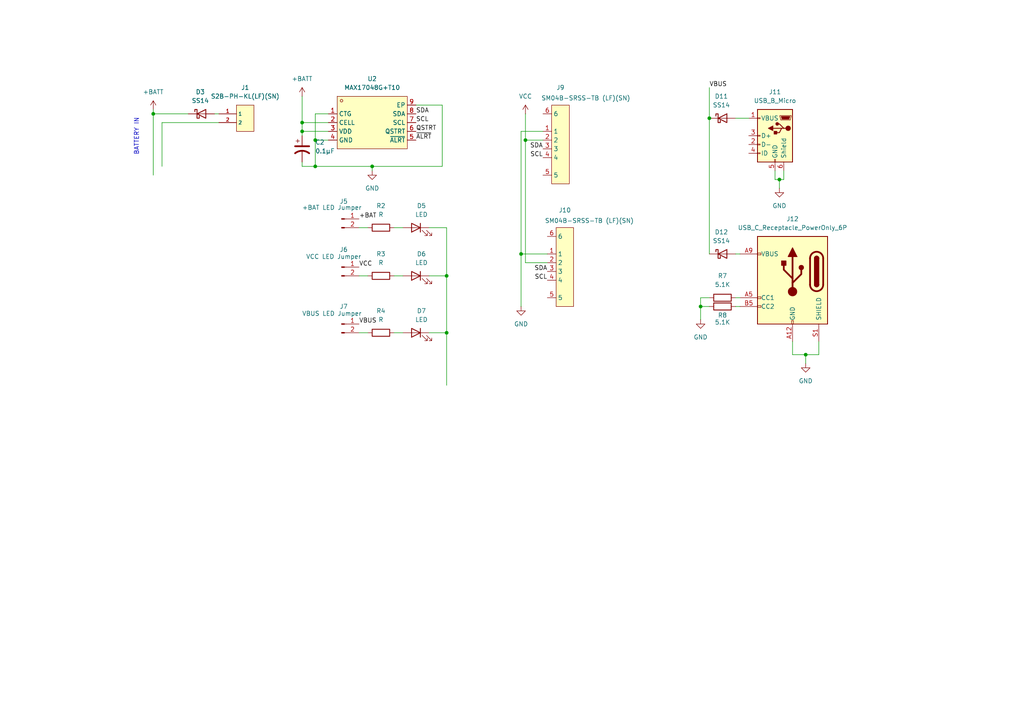
<source format=kicad_sch>
(kicad_sch (version 20231120) (generator "eeschema") (generator_version "8.0")
  (paper "A4")
  (lib_symbols
    (symbol "1easyeda2kicad:SM04B-SRSS-TB(LF)(SN)"
      (property "Reference" "CN" (at 0 8.89 0))
      (property "Value" "SM04B-SRSS-TB (LF)(SN)" (at 0 -1.27 0))
      (symbol "SM04B-SRSS-TB(LF)(SN)_0_1"
        (rectangle (start -11.43 1.27) (end 11.43 -3.81) (fill (type background)))
        (pin unspecified line (at -3.81 3.81 270) (length 2.54) (name "1") (number "1"))
        (pin unspecified line (at -1.27 3.81 270) (length 2.54) (name "2") (number "2"))
        (pin unspecified line (at 1.27 3.81 270) (length 2.54) (name "3") (number "3"))
        (pin unspecified line (at 3.81 3.81 270) (length 2.54) (name "4") (number "4"))
        (pin unspecified line (at 8.89 3.81 270) (length 2.54) (name "5") (number "5"))
        (pin unspecified line (at -8.89 3.81 270) (length 2.54) (name "6") (number "6"))
      )
    )
    (symbol "Connector:Conn_01x02_Pin" (pin_names (offset 1.016) hide)
      (property "Reference" "J" (at 0 2.54 0))
      (property "Value" "Conn_01x02_Pin" (at 0 -5.08 0))
      (symbol "Conn_01x02_Pin_1_1"
        (polyline (pts (xy 1.27 -2.54) (xy 0.8636 -2.54)) (stroke (width 0.1524)))
        (polyline (pts (xy 1.27 0) (xy 0.8636 0)) (stroke (width 0.1524)))
        (rectangle (start 0.8636 -2.413) (end 0 -2.667) (stroke (width 0.1524)) (fill (type outline)))
        (rectangle (start 0.8636 0.127) (end 0 -0.127) (stroke (width 0.1524)) (fill (type outline)))
        (pin passive line (at 5.08 0 180) (length 3.81) (name "Pin_1") (number "1"))
        (pin passive line (at 5.08 -2.54 180) (length 3.81) (name "Pin_2") (number "2"))
      )
    )
    (symbol "Connector:USB_B_Micro" (pin_names (offset 1.016))
      (property "Reference" "J" (at -5.08 11.43 0))
      (property "Value" "USB_B_Micro" (at -5.08 8.89 0))
      (symbol "USB_B_Micro_0_1"
        (rectangle (start -5.08 -7.62) (end 5.08 7.62) (stroke (width 0.254)) (fill (type background)))
        (circle (center -3.81 2.159) (radius 0.635) (stroke (width 0.254)) (fill (type outline)))
        (circle (center -0.635 3.429) (radius 0.381) (stroke (width 0.254)) (fill (type outline)))
        (rectangle (start -0.127 -7.62) (end 0.127 -6.858))
        (polyline (pts (xy -1.905 2.159) (xy 0.635 2.159)) (stroke (width 0.254)))
        (polyline (pts (xy -3.175 2.159) (xy -2.54 2.159) (xy -1.27 3.429) (xy -0.635 3.429)) (stroke (width 0.254)))
        (polyline (pts (xy -2.54 2.159) (xy -1.905 2.159) (xy -1.27 0.889) (xy 0 0.889)) (stroke (width 0.254)))
        (polyline (pts (xy 0.635 2.794) (xy 0.635 1.524) (xy 1.905 2.159) (xy 0.635 2.794)) (stroke (width 0.254)) (fill (type outline)))
        (polyline (pts (xy -4.318 5.588) (xy -1.778 5.588) (xy -2.032 4.826) (xy -4.064 4.826) (xy -4.318 5.588)) (fill (type outline)))
        (polyline (pts (xy -4.699 5.842) (xy -4.699 5.588) (xy -4.445 4.826) (xy -4.445 4.572) (xy -1.651 4.572) (xy -1.651 4.826) (xy -1.397 5.588) (xy -1.397 5.842) (xy -4.699 5.842)))
        (rectangle (start 0.254 1.27) (end -0.508 0.508) (stroke (width 0.254)) (fill (type outline)))
        (rectangle (start 5.08 -5.207) (end 4.318 -4.953))
        (rectangle (start 5.08 -2.667) (end 4.318 -2.413))
        (rectangle (start 5.08 -0.127) (end 4.318 0.127))
        (rectangle (start 5.08 4.953) (end 4.318 5.207))
      )
      (symbol "USB_B_Micro_1_1"
        (pin power_out line (at 7.62 5.08 180) (length 2.54) (name "VBUS") (number "1"))
        (pin bidirectional line (at 7.62 -2.54 180) (length 2.54) (name "D-") (number "2"))
        (pin bidirectional line (at 7.62 0 180) (length 2.54) (name "D+") (number "3"))
        (pin passive line (at 7.62 -5.08 180) (length 2.54) (name "ID") (number "4"))
        (pin power_out line (at 0 -10.16 90) (length 2.54) (name "GND") (number "5"))
        (pin passive line (at -2.54 -10.16 90) (length 2.54) (name "Shield") (number "6"))
      )
    )
    (symbol "Connector:USB_C_Receptacle_PowerOnly_6P" (pin_names (offset 1.016))
      (property "Reference" "J" (at 0 16.51 0))
      (property "Value" "USB_C_Receptacle_PowerOnly_6P" (at 0 13.97 0))
      (symbol "USB_C_Receptacle_PowerOnly_6P_0_0"
        (rectangle (start -0.254 -12.7) (end 0.254 -11.684))
        (rectangle (start 10.16 -7.366) (end 9.144 -7.874))
        (rectangle (start 10.16 -4.826) (end 9.144 -5.334))
        (rectangle (start 10.16 7.874) (end 9.144 7.366))
      )
      (symbol "USB_C_Receptacle_PowerOnly_6P_0_1"
        (rectangle (start -10.16 12.7) (end 10.16 -12.7) (stroke (width 0.254)) (fill (type background)))
        (arc (start -8.89 -1.27) (mid -6.985 -3.1667) (end -5.08 -1.27) (stroke (width 0.508)))
        (arc (start -7.62 -1.27) (mid -6.985 -1.9023) (end -6.35 -1.27) (stroke (width 0.254)))
        (arc (start -7.62 -1.27) (mid -6.985 -1.9023) (end -6.35 -1.27) (stroke (width 0.254)) (fill (type outline)))
        (rectangle (start -7.62 -1.27) (end -6.35 6.35) (stroke (width 0.254)) (fill (type outline)))
        (arc (start -6.35 6.35) (mid -6.985 6.9823) (end -7.62 6.35) (stroke (width 0.254)))
        (arc (start -6.35 6.35) (mid -6.985 6.9823) (end -7.62 6.35) (stroke (width 0.254)) (fill (type outline)))
        (arc (start -5.08 6.35) (mid -6.985 8.2467) (end -8.89 6.35) (stroke (width 0.508)))
        (circle (center -2.54 3.683) (radius 0.635) (stroke (width 0.254)) (fill (type outline)))
        (circle (center 0 -3.302) (radius 1.27) (fill (type outline)))
        (polyline (pts (xy -8.89 -1.27) (xy -8.89 6.35)) (stroke (width 0.508)))
        (polyline (pts (xy -5.08 6.35) (xy -5.08 -1.27)) (stroke (width 0.508)))
        (polyline (pts (xy 0 -3.302) (xy 0 6.858)) (stroke (width 0.508)))
        (polyline (pts (xy 0 -0.762) (xy -2.54 1.778) (xy -2.54 3.048)) (stroke (width 0.508)))
        (polyline (pts (xy 0 0.508) (xy 2.54 3.048) (xy 2.54 4.318)) (stroke (width 0.508)))
        (polyline (pts (xy -1.27 6.858) (xy 0 9.398) (xy 1.27 6.858) (xy -1.27 6.858)) (stroke (width 0.254)) (fill (type outline)))
        (rectangle (start 1.905 4.318) (end 3.175 5.588) (stroke (width 0.254)) (fill (type outline)))
      )
      (symbol "USB_C_Receptacle_PowerOnly_6P_1_1"
        (pin passive line (at 0 -17.78 90) (length 5.08) (name "GND") (number "A12"))
        (pin bidirectional line (at 15.24 -5.08 180) (length 5.08) (name "CC1") (number "A5"))
        (pin passive line (at 15.24 7.62 180) (length 5.08) (name "VBUS") (number "A9"))
        (pin passive line (at 0 -17.78 90) (length 5.08) hide (name "GND") (number "B12"))
        (pin bidirectional line (at 15.24 -7.62 180) (length 5.08) (name "CC2") (number "B5"))
        (pin passive line (at 15.24 7.62 180) (length 5.08) hide (name "VBUS") (number "B9"))
        (pin passive line (at -7.62 -17.78 90) (length 5.08) (name "SHIELD") (number "S1"))
      )
    )
    (symbol "Device:C_Polarized_US" (pin_numbers hide) (pin_names (offset 0.254) hide)
      (property "Reference" "C" (at 0.635 2.54 0))
      (property "Value" "C_Polarized_US" (at 0.635 -2.54 0))
      (symbol "C_Polarized_US_0_1"
        (polyline (pts (xy -2.032 0.762) (xy 2.032 0.762)) (stroke (width 0.508)))
        (polyline (pts (xy -1.778 2.286) (xy -0.762 2.286)))
        (polyline (pts (xy -1.27 1.778) (xy -1.27 2.794)))
        (arc (start 2.032 -1.27) (mid 0 -0.5572) (end -2.032 -1.27) (stroke (width 0.508)))
      )
      (symbol "C_Polarized_US_1_1"
        (pin passive line (at 0 3.81 270) (length 2.794) (name "~") (number "1"))
        (pin passive line (at 0 -3.81 90) (length 3.302) (name "~") (number "2"))
      )
    )
    (symbol "Device:LED" (pin_numbers hide) (pin_names (offset 1.016) hide)
      (property "Reference" "D" (at 0 2.54 0))
      (property "Value" "LED" (at 0 -2.54 0))
      (symbol "LED_0_1"
        (polyline (pts (xy -1.27 -1.27) (xy -1.27 1.27)) (stroke (width 0.254)))
        (polyline (pts (xy -1.27 0) (xy 1.27 0)))
        (polyline (pts (xy 1.27 -1.27) (xy 1.27 1.27) (xy -1.27 0) (xy 1.27 -1.27)) (stroke (width 0.254)))
        (polyline (pts (xy -3.048 -0.762) (xy -4.572 -2.286) (xy -3.81 -2.286) (xy -4.572 -2.286) (xy -4.572 -1.524)))
        (polyline (pts (xy -1.778 -0.762) (xy -3.302 -2.286) (xy -2.54 -2.286) (xy -3.302 -2.286) (xy -3.302 -1.524)))
      )
      (symbol "LED_1_1"
        (pin passive line (at -3.81 0 0) (length 2.54) (name "K") (number "1"))
        (pin passive line (at 3.81 0 180) (length 2.54) (name "A") (number "2"))
      )
    )
    (symbol "Device:R" (pin_numbers hide) (pin_names (offset 0))
      (property "Reference" "R" (at 2.032 0 90))
      (property "Value" "R" (at 0 0 90))
      (symbol "R_0_1"
        (rectangle (start -1.016 -2.54) (end 1.016 2.54) (stroke (width 0.254)))
      )
      (symbol "R_1_1"
        (pin passive line (at 0 3.81 270) (length 1.27) (name "~") (number "1"))
        (pin passive line (at 0 -3.81 90) (length 1.27) (name "~") (number "2"))
      )
    )
    (symbol "Diode:SS14" (pin_numbers hide) (pin_names (offset 1.016) hide)
      (property "Reference" "D" (at 0 2.54 0))
      (property "Value" "SS14" (at 0 -2.54 0))
      (symbol "SS14_0_1"
        (polyline (pts (xy 1.27 0) (xy -1.27 0)))
        (polyline (pts (xy 1.27 1.27) (xy 1.27 -1.27) (xy -1.27 0) (xy 1.27 1.27)) (stroke (width 0.254)))
        (polyline (pts (xy -1.905 0.635) (xy -1.905 1.27) (xy -1.27 1.27) (xy -1.27 -1.27) (xy -0.635 -1.27) (xy -0.635 -0.635)) (stroke (width 0.254)))
      )
      (symbol "SS14_1_1"
        (pin passive line (at -3.81 0 0) (length 2.54) (name "K") (number "1"))
        (pin passive line (at 3.81 0 180) (length 2.54) (name "A") (number "2"))
      )
    )
    (symbol "easyeda2kicad.kicad_sym:S2B-PH-KL(LF)(SN)"
      (property "Reference" "U" (at 0 1.27 0))
      (property "Value" "S2B-PH-KL(LF)(SN)" (at 0 -2.54 0))
      (symbol "S2B-PH-KL(LF)(SN)_0_1"
        (rectangle (start -5.08 0) (end 2.54 -5.08) (fill (type background)))
        (pin unspecified line (at -2.54 5.08 270) (length 5.08) (name "1") (number "1"))
        (pin unspecified line (at 0 5.08 270) (length 5.08) (name "2") (number "2"))
      )
    )
    (symbol "new:MAX17048G+T10"
      (property "Reference" "U" (at 0 10.16 0))
      (property "Value" "MAX17048G+T10" (at 0 -10.16 0))
      (symbol "MAX17048G+T10_0_1"
        (rectangle (start -10.16 7.62) (end 10.16 -7.62) (fill (type background)))
        (circle (center -8.89 6.35) (radius 0.38))
        (pin unspecified line (at -12.7 2.54 0) (length 2.54) (name "CTG") (number "1"))
        (pin unspecified line (at -12.7 0 0) (length 2.54) (name "CELL") (number "2"))
        (pin unspecified line (at -12.7 -2.54 0) (length 2.54) (name "VDD") (number "3"))
        (pin unspecified line (at -12.7 -5.08 0) (length 2.54) (name "GND") (number "4"))
        (pin unspecified line (at 12.7 -5.08 180) (length 2.54) (name "~{ALRT}") (number "5"))
        (pin unspecified line (at 12.7 -2.54 180) (length 2.54) (name "QSTRT") (number "6"))
        (pin unspecified line (at 12.7 0 180) (length 2.54) (name "SCL") (number "7"))
        (pin unspecified line (at 12.7 2.54 180) (length 2.54) (name "SDA") (number "8"))
        (pin unspecified line (at 12.7 5.08 180) (length 2.54) (name "EP") (number "9"))
      )
    )
    (symbol "power:+BATT" (power) (pin_numbers hide) (pin_names (offset 0) hide)
      (property "Value" "+BATT" (at 0 3.556 0))
      (symbol "+BATT_0_1"
        (polyline (pts (xy -0.762 1.27) (xy 0 2.54)))
        (polyline (pts (xy 0 0) (xy 0 2.54)))
        (polyline (pts (xy 0 2.54) (xy 0.762 1.27)))
      )
      (symbol "+BATT_1_1"
        (pin power_in line (at 0 0 90) (length 0) (name "~") (number "1"))
      )
    )
    (symbol "power:GND" (power) (pin_numbers hide) (pin_names (offset 0) hide)
      (property "Value" "GND" (at 0 -3.81 0))
      (symbol "GND_0_1"
        (polyline (pts (xy 0 0) (xy 0 -1.27) (xy 1.27 -1.27) (xy 0 -2.54) (xy -1.27 -1.27) (xy 0 -1.27)))
      )
      (symbol "GND_1_1"
        (pin power_in line (at 0 0 270) (length 0) (name "~") (number "1"))
      )
    )
    (symbol "power:VCC" (power) (pin_numbers hide) (pin_names (offset 0) hide)
      (property "Value" "VCC" (at 0 3.556 0))
      (symbol "VCC_0_1"
        (polyline (pts (xy -0.762 1.27) (xy 0 2.54)))
        (polyline (pts (xy 0 0) (xy 0 2.54)))
        (polyline (pts (xy 0 2.54) (xy 0.762 1.27)))
      )
      (symbol "VCC_1_1"
        (pin power_in line (at 0 0 90) (length 0) (name "~") (number "1"))
      )
    )
  )
  (junction (at 129.54 96.52))
  (junction (at 233.68 102.87))
  (junction (at 205.74 34.29))
  (junction (at 91.44 48.26))
  (junction (at 203.2 88.9))
  (junction (at 107.95 48.26))
  (junction (at 226.06 52.07))
  (junction (at 91.44 40.64))
  (junction (at 87.63 35.56))
  (junction (at 44.45 33.02))
  (junction (at 152.4 40.64))
  (junction (at 87.63 38.1))
  (junction (at 151.13 73.66))
  (junction (at 129.54 80.01))
  (wire (pts (xy 152.4 76.2) (xy 152.4 40.64)))
  (wire (pts (xy 229.87 102.87) (xy 233.68 102.87)))
  (wire (pts (xy 203.2 88.9) (xy 205.74 88.9)))
  (wire (pts (xy 205.74 34.29) (xy 205.74 73.66)))
  (wire (pts (xy 114.3 96.52) (xy 116.84 96.52)))
  (wire (pts (xy 124.46 80.01) (xy 129.54 80.01)))
  (wire (pts (xy 107.95 48.26) (xy 128.27 48.26)))
  (wire (pts (xy 104.14 96.52) (xy 106.68 96.52)))
  (wire (pts (xy 128.27 30.48) (xy 128.27 48.26)))
  (wire (pts (xy 95.25 33.02) (xy 91.44 33.02)))
  (wire (pts (xy 151.13 73.66) (xy 151.13 88.9)))
  (wire (pts (xy 87.63 48.26) (xy 91.44 48.26)))
  (wire (pts (xy 205.74 25.4) (xy 205.74 34.29)))
  (wire (pts (xy 91.44 48.26) (xy 107.95 48.26)))
  (wire (pts (xy 224.79 49.53) (xy 224.79 52.07)))
  (wire (pts (xy 54.61 33.02) (xy 44.45 33.02)))
  (wire (pts (xy 63.5 35.56) (xy 46.99 35.56)))
  (wire (pts (xy 205.74 86.36) (xy 203.2 86.36)))
  (wire (pts (xy 104.14 66.04) (xy 106.68 66.04)))
  (wire (pts (xy 129.54 80.01) (xy 129.54 96.52)))
  (wire (pts (xy 87.63 35.56) (xy 87.63 38.1)))
  (wire (pts (xy 95.25 38.1) (xy 87.63 38.1)))
  (wire (pts (xy 87.63 46.99) (xy 87.63 48.26)))
  (wire (pts (xy 203.2 88.9) (xy 203.2 92.71)))
  (wire (pts (xy 87.63 35.56) (xy 95.25 35.56)))
  (wire (pts (xy 87.63 27.94) (xy 87.63 35.56)))
  (wire (pts (xy 44.45 33.02) (xy 44.45 50.8)))
  (wire (pts (xy 158.75 76.2) (xy 152.4 76.2)))
  (wire (pts (xy 151.13 38.1) (xy 151.13 73.66)))
  (wire (pts (xy 213.36 34.29) (xy 217.17 34.29)))
  (wire (pts (xy 124.46 66.04) (xy 129.54 66.04)))
  (wire (pts (xy 95.25 40.64) (xy 91.44 40.64)))
  (wire (pts (xy 226.06 52.07) (xy 226.06 54.61)))
  (wire (pts (xy 104.14 80.01) (xy 106.68 80.01)))
  (wire (pts (xy 114.3 66.04) (xy 116.84 66.04)))
  (wire (pts (xy 91.44 33.02) (xy 91.44 40.64)))
  (wire (pts (xy 152.4 33.02) (xy 152.4 40.64)))
  (wire (pts (xy 233.68 102.87) (xy 237.49 102.87)))
  (wire (pts (xy 237.49 102.87) (xy 237.49 99.06)))
  (wire (pts (xy 129.54 66.04) (xy 129.54 80.01)))
  (wire (pts (xy 213.36 73.66) (xy 214.63 73.66)))
  (wire (pts (xy 203.2 86.36) (xy 203.2 88.9)))
  (wire (pts (xy 233.68 102.87) (xy 233.68 105.41)))
  (wire (pts (xy 158.75 73.66) (xy 151.13 73.66)))
  (wire (pts (xy 63.5 33.02) (xy 62.23 33.02)))
  (wire (pts (xy 227.33 49.53) (xy 227.33 52.07)))
  (wire (pts (xy 87.63 38.1) (xy 87.63 39.37)))
  (wire (pts (xy 107.95 49.53) (xy 107.95 48.26)))
  (wire (pts (xy 224.79 52.07) (xy 226.06 52.07)))
  (wire (pts (xy 46.99 35.56) (xy 46.99 48.26)))
  (wire (pts (xy 91.44 40.64) (xy 91.44 48.26)))
  (wire (pts (xy 129.54 96.52) (xy 129.54 111.76)))
  (wire (pts (xy 229.87 99.06) (xy 229.87 102.87)))
  (wire (pts (xy 226.06 52.07) (xy 227.33 52.07)))
  (wire (pts (xy 213.36 88.9) (xy 214.63 88.9)))
  (wire (pts (xy 157.48 40.64) (xy 152.4 40.64)))
  (wire (pts (xy 124.46 96.52) (xy 129.54 96.52)))
  (wire (pts (xy 120.65 30.48) (xy 128.27 30.48)))
  (wire (pts (xy 114.3 80.01) (xy 116.84 80.01)))
  (wire (pts (xy 157.48 38.1) (xy 151.13 38.1)))
  (wire (pts (xy 44.45 33.02) (xy 44.45 31.75)))
  (wire (pts (xy 213.36 86.36) (xy 214.63 86.36)))
  (text "BATTERY IN" (at 39.624 39.624 90) (effects (font (size 1.27 1.27))))
  (label "+BAT" (at 104.14 63.5 0))
  (label "VBUS" (at 104.14 93.98 0))
  (label "SCL" (at 120.65 35.56 0))
  (label "SDA" (at 158.75 78.74 180))
  (label "SDA" (at 157.48 43.18 180))
  (label "SDA" (at 120.65 33.02 0))
  (label "SCL" (at 157.48 45.72 180))
  (label "SCL" (at 158.75 81.28 180))
  (label "VBUS" (at 205.74 25.4 0))
  (label "~{ALRT}" (at 120.65 40.64 0))
  (label "QSTRT" (at 120.65 38.1 0))
  (label "VCC" (at 104.14 77.47 0))
  (symbol (lib_id "1easyeda2kicad:SM04B-SRSS-TB(LF)(SN)") (at 161.29 41.91 90) (mirror x) (unit 1)
    (property "Reference" "J9" (at 162.56 25.4 90))
    (property "Value" "SM04B-SRSS-TB (LF)(SN)" (at 169.926 28.448 90))
    (property "Footprint" "easyeda2kicad:CONN-SMD_4P-P1.00_SM04B-SRSS-TB-LF-SN" (effects (hide yes)))
    (property "Datasheet" "https://lcsc.com/product-detail/Others_JST-Sales-America__JST-Sales-America-SM04B-SRSS-TB-LF-SN_C160404.html" (effects (hide yes)))
    (property "LCSC Part" "C160404" (effects (hide yes)))
  )
  (symbol (lib_id "power:GND") (at 107.95 49.53 0) (unit 1)
    (property "Reference" "#PWR06" (effects (hide yes)))
    (property "Value" "GND" (at 107.95 54.61 0))
    (property "Description" "Power symbol creates a global label with name \"GND\" , ground" (effects (hide yes)))
  )
  (symbol (lib_id "Diode:SS14") (at 209.55 73.66 0) (unit 1)
    (property "Reference" "D12" (at 209.2325 67.31 0))
    (property "Value" "SS14" (at 209.2325 69.85 0))
    (property "Footprint" "Diode_SMD:D_SMA" (effects (hide yes)))
    (property "Datasheet" "https://www.vishay.com/docs/88746/ss12.pdf" (effects (hide yes)))
    (property "Description" "40V 1A Schottky Diode, SMA" (effects (hide yes)))
  )
  (symbol (lib_id "power:GND") (at 203.2 92.71 0) (unit 1)
    (property "Reference" "#PWR011" (effects (hide yes)))
    (property "Value" "GND" (at 203.2 97.79 0))
    (property "Description" "Power symbol creates a global label with name \"GND\" , ground" (effects (hide yes)))
  )
  (symbol (lib_id "Device:LED") (at 120.65 80.01 0) (mirror y) (unit 1)
    (property "Reference" "D6" (at 122.2375 73.66 0))
    (property "Value" "LED" (at 122.2375 76.2 0))
    (property "Footprint" "LED_SMD:LED_0805_2012Metric_Pad1.15x1.40mm_HandSolder" (effects (hide yes)))
    (property "Description" "Light emitting diode" (effects (hide yes)))
  )
  (symbol (lib_id "Connector:USB_B_Micro") (at 224.79 39.37 0) (mirror y) (unit 1)
    (property "Reference" "J11" (at 224.79 26.67 0))
    (property "Value" "USB_B_Micro" (at 224.79 29.21 0))
    (property "Footprint" "Connector_USB:USB_Micro-B_Amphenol_10103594-0001LF_Horizontal" (effects (hide yes)))
    (property "Description" "USB Micro Type B connector" (effects (hide yes)))
  )
  (symbol (lib_id "power:GND") (at 151.13 88.9 0) (unit 1)
    (property "Reference" "#PWR08" (effects (hide yes)))
    (property "Value" "GND" (at 151.13 93.98 0))
    (property "Description" "Power symbol creates a global label with name \"GND\" , ground" (effects (hide yes)))
  )
  (symbol (lib_id "Device:R") (at 110.49 66.04 90) (unit 1)
    (property "Reference" "R2" (at 110.49 59.69 90))
    (property "Value" "R" (at 110.49 62.23 90))
    (property "Footprint" "Resistor_SMD:R_0805_2012Metric_Pad1.20x1.40mm_HandSolder" (effects (hide yes)))
    (property "Description" "Resistor" (effects (hide yes)))
  )
  (symbol (lib_id "Connector:Conn_01x02_Pin") (at 99.06 77.47 0) (unit 1)
    (property "Reference" "J6" (at 99.695 72.39 0))
    (property "Value" "VCC LED Jumper" (at 96.774 74.422 0))
    (property "Footprint" "Connector_PinHeader_2.00mm:PinHeader_1x02_P2.00mm_Vertical" (effects (hide yes)))
    (property "Description" "Generic connector, single row, 01x02, script generated" (effects (hide yes)))
  )
  (symbol (lib_id "Connector:Conn_01x02_Pin") (at 99.06 63.5 0) (unit 1)
    (property "Reference" "J5" (at 99.695 58.42 0))
    (property "Value" "+BAT LED Jumper" (at 96.266 60.198 0))
    (property "Footprint" "Connector_PinHeader_2.00mm:PinHeader_1x02_P2.00mm_Vertical" (effects (hide yes)))
    (property "Description" "Generic connector, single row, 01x02, script generated" (effects (hide yes)))
  )
  (symbol (lib_id "Device:R") (at 209.55 86.36 90) (unit 1)
    (property "Reference" "R7" (at 209.55 80.01 90))
    (property "Value" "5.1K" (at 209.55 82.55 90))
    (property "Footprint" "Resistor_SMD:R_0805_2012Metric_Pad1.20x1.40mm_HandSolder" (effects (hide yes)))
    (property "Description" "Resistor" (effects (hide yes)))
  )
  (symbol (lib_id "power:GND") (at 226.06 54.61 0) (unit 1)
    (property "Reference" "#PWR012" (effects (hide yes)))
    (property "Value" "GND" (at 226.06 59.69 0))
    (property "Description" "Power symbol creates a global label with name \"GND\" , ground" (effects (hide yes)))
  )
  (symbol (lib_id "Connector:Conn_01x02_Pin") (at 99.06 93.98 0) (unit 1)
    (property "Reference" "J7" (at 99.695 88.9 0))
    (property "Value" "VBUS LED Jumper" (at 96.266 90.932 0))
    (property "Footprint" "Connector_PinHeader_2.00mm:PinHeader_1x02_P2.00mm_Vertical" (effects (hide yes)))
    (property "Description" "Generic connector, single row, 01x02, script generated" (effects (hide yes)))
  )
  (symbol (lib_id "Diode:SS14") (at 209.55 34.29 0) (unit 1)
    (property "Reference" "D11" (at 209.2325 27.94 0))
    (property "Value" "SS14" (at 209.2325 30.48 0))
    (property "Footprint" "Diode_SMD:D_SMA" (effects (hide yes)))
    (property "Datasheet" "https://www.vishay.com/docs/88746/ss12.pdf" (effects (hide yes)))
    (property "Description" "40V 1A Schottky Diode, SMA" (effects (hide yes)))
  )
  (symbol (lib_id "easyeda2kicad.kicad_sym:S2B-PH-KL(LF)(SN)") (at 68.58 35.56 90) (mirror x) (unit 1)
    (property "Reference" "J1" (at 71.12 25.4 90))
    (property "Value" "S2B-PH-KL(LF)(SN)" (at 71.12 27.94 90))
    (property "Footprint" "footprint:CONN-TH-2P-P2.00_S2B-PH-KL-LF-SN" (effects (hide yes)))
    (property "Datasheet" "https://lcsc.com/product-detail/Wire-To-Board-Wire-To-Wire-Connector_JST-Sales-America_S2B-PH-KL-LF-SN_JST-Sales-America-S2B-PH-KL-LF-SN_C160237.html" (effects (hide yes)))
    (property "LCSC" "C160237" (effects (hide yes)))
  )
  (symbol (lib_id "Diode:SS14") (at 58.42 33.02 0) (unit 1)
    (property "Reference" "D3" (at 58.1025 26.67 0))
    (property "Value" "SS14" (at 58.1025 29.21 0))
    (property "Footprint" "Diode_SMD:D_SMA" (effects (hide yes)))
    (property "Datasheet" "https://www.vishay.com/docs/88746/ss12.pdf" (effects (hide yes)))
    (property "Description" "40V 1A Schottky Diode, SMA" (effects (hide yes)))
  )
  (symbol (lib_id "new:MAX17048G+T10") (at 107.95 35.56 0) (unit 1)
    (property "Reference" "U2" (at 107.95 22.86 0))
    (property "Value" "MAX17048G+T10" (at 107.95 25.4 0))
    (property "Footprint" "imported:DFN-8_L2.0-W2.0-P0.50-BL-EP" (effects (hide yes)))
    (property "LCSC Part" "C2682616" (effects (hide yes)))
  )
  (symbol (lib_id "power:VCC") (at 152.4 33.02 0) (unit 1)
    (property "Reference" "#PWR09" (effects (hide yes)))
    (property "Value" "VCC" (at 152.4 27.94 0))
    (property "Description" "Power symbol creates a global label with name \"VCC\"" (effects (hide yes)))
  )
  (symbol (lib_id "power:GND") (at 233.68 105.41 0) (unit 1)
    (property "Reference" "#PWR013" (effects (hide yes)))
    (property "Value" "GND" (at 233.68 110.49 0))
    (property "Description" "Power symbol creates a global label with name \"GND\" , ground" (effects (hide yes)))
  )
  (symbol (lib_id "power:+BATT") (at 44.45 31.75 0) (unit 1)
    (property "Reference" "#PWR01" (effects (hide yes)))
    (property "Value" "+BATT" (at 44.45 26.67 0))
    (property "Description" "Power symbol creates a global label with name \"+BATT\"" (effects (hide yes)))
  )
  (symbol (lib_id "Device:R") (at 110.49 80.01 90) (unit 1)
    (property "Reference" "R3" (at 110.49 73.66 90))
    (property "Value" "R" (at 110.49 76.2 90))
    (property "Footprint" "Resistor_SMD:R_0805_2012Metric_Pad1.20x1.40mm_HandSolder" (effects (hide yes)))
    (property "Description" "Resistor" (effects (hide yes)))
  )
  (symbol (lib_id "Device:R") (at 209.55 88.9 90) (unit 1)
    (property "Reference" "R8" (at 209.55 91.44 90))
    (property "Value" "5.1K" (at 209.55 93.472 90))
    (property "Footprint" "Resistor_SMD:R_0805_2012Metric_Pad1.20x1.40mm_HandSolder" (effects (hide yes)))
    (property "Description" "Resistor" (effects (hide yes)))
  )
  (symbol (lib_id "power:+BATT") (at 87.63 27.94 0) (unit 1)
    (property "Reference" "#PWR04" (effects (hide yes)))
    (property "Value" "+BATT" (at 87.63 22.86 0))
    (property "Description" "Power symbol creates a global label with name \"+BATT\"" (effects (hide yes)))
  )
  (symbol (lib_id "Device:C_Polarized_US") (at 87.63 43.18 0) (unit 1)
    (property "Reference" "C2" (at 91.44 41.2749 0) (effects (justify left)))
    (property "Value" "0.1µF" (at 91.44 43.8149 0) (effects (justify left)))
    (property "Footprint" "Capacitor_SMD:CP_Elec_4x5.4" (effects (hide yes)))
    (property "Description" "Polarized capacitor, US symbol" (effects (hide yes)))
    (property "LCSC" "C271438" (effects (hide yes)))
  )
  (symbol (lib_id "Connector:USB_C_Receptacle_PowerOnly_6P") (at 229.87 81.28 0) (mirror y) (unit 1)
    (property "Reference" "J12" (at 229.87 63.5 0))
    (property "Value" "USB_C_Receptacle_PowerOnly_6P" (at 229.87 66.04 0))
    (property "Footprint" "Connector_USB:USB_C_Receptacle_Amphenol_12401548E4-2A" (effects (hide yes)))
    (property "Datasheet" "https://www.usb.org/sites/default/files/documents/usb_type-c.zip" (effects (hide yes)))
    (property "Description" "USB Power-Only 6P Type-C Receptacle connector" (effects (hide yes)))
  )
  (symbol (lib_id "1easyeda2kicad:SM04B-SRSS-TB(LF)(SN)") (at 162.56 77.47 90) (mirror x) (unit 1)
    (property "Reference" "J10" (at 163.83 60.96 90))
    (property "Value" "SM04B-SRSS-TB (LF)(SN)" (at 170.942 64.008 90))
    (property "Footprint" "easyeda2kicad:CONN-SMD_4P-P1.00_SM04B-SRSS-TB-LF-SN" (effects (hide yes)))
    (property "Datasheet" "https://lcsc.com/product-detail/Others_JST-Sales-America__JST-Sales-America-SM04B-SRSS-TB-LF-SN_C160404.html" (effects (hide yes)))
    (property "LCSC Part" "C160404" (effects (hide yes)))
  )
  (symbol (lib_id "Device:LED") (at 120.65 96.52 0) (mirror y) (unit 1)
    (property "Reference" "D7" (at 122.2375 90.17 0))
    (property "Value" "LED" (at 122.2375 92.71 0))
    (property "Footprint" "LED_SMD:LED_0805_2012Metric_Pad1.15x1.40mm_HandSolder" (effects (hide yes)))
    (property "Description" "Light emitting diode" (effects (hide yes)))
  )
  (symbol (lib_id "Device:R") (at 110.49 96.52 90) (unit 1)
    (property "Reference" "R4" (at 110.49 90.17 90))
    (property "Value" "R" (at 110.49 92.71 90))
    (property "Footprint" "Resistor_SMD:R_0805_2012Metric_Pad1.20x1.40mm_HandSolder" (effects (hide yes)))
    (property "Description" "Resistor" (effects (hide yes)))
  )
  (symbol (lib_id "Device:LED") (at 120.65 66.04 0) (mirror y) (unit 1)
    (property "Reference" "D5" (at 122.2375 59.69 0))
    (property "Value" "LED" (at 122.2375 62.23 0))
    (property "Footprint" "LED_SMD:LED_0805_2012Metric_Pad1.15x1.40mm_HandSolder" (effects (hide yes)))
    (property "Description" "Light emitting diode" (effects (hide yes)))
  )
)
</source>
